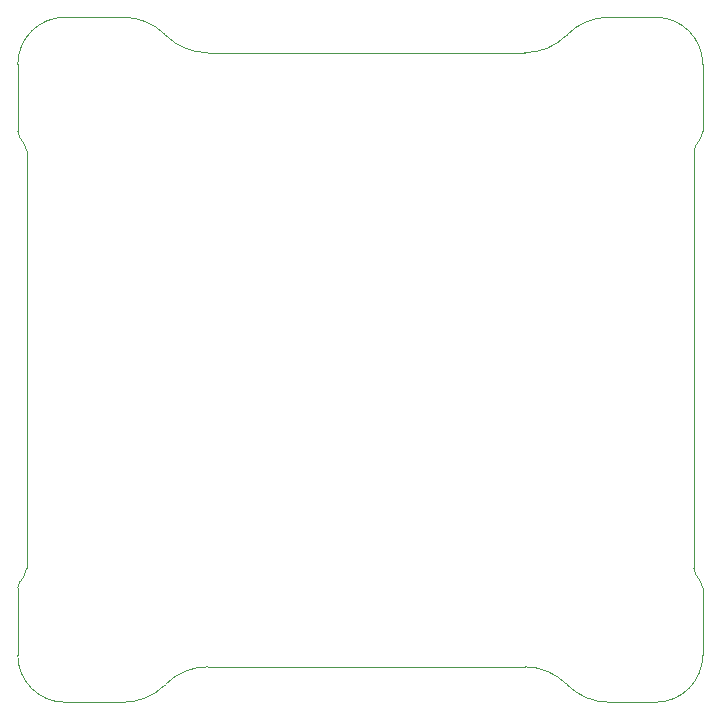
<source format=gbr>
%TF.GenerationSoftware,KiCad,Pcbnew,8.0.0*%
%TF.CreationDate,2024-04-17T18:01:46+02:00*%
%TF.ProjectId,TSAL,5453414c-2e6b-4696-9361-645f70636258,V2.0*%
%TF.SameCoordinates,Original*%
%TF.FileFunction,Profile,NP*%
%FSLAX46Y46*%
G04 Gerber Fmt 4.6, Leading zero omitted, Abs format (unit mm)*
G04 Created by KiCad (PCBNEW 8.0.0) date 2024-04-17 18:01:46*
%MOMM*%
%LPD*%
G01*
G04 APERTURE LIST*
%TA.AperFunction,Profile*%
%ADD10C,0.100000*%
%TD*%
G04 APERTURE END LIST*
D10*
X98750000Y-74583333D02*
G75*
G02*
X98949984Y-73983321I1000000J33D01*
G01*
X107678932Y-26250000D02*
G75*
G02*
X111214491Y-27714441I-32J-5000200D01*
G01*
X145214466Y-27785534D02*
X145285534Y-27714466D01*
X148821068Y-84250000D02*
G75*
G02*
X145285550Y-82785518I32J5000000D01*
G01*
X156550000Y-36516667D02*
X156200000Y-36983333D01*
X114821068Y-29250000D02*
G75*
G02*
X111285509Y-27785559I32J5000200D01*
G01*
X99300000Y-36983333D02*
X98950000Y-36516667D01*
X98750000Y-80250000D02*
X98750000Y-74583333D01*
X156200000Y-73516667D02*
X156550000Y-73983333D01*
X107678932Y-84250000D02*
X102750000Y-84250000D01*
X102750000Y-84250000D02*
G75*
G02*
X98750000Y-80250000I0J4000000D01*
G01*
X98950000Y-73983333D02*
X99300000Y-73516667D01*
X111214466Y-27714466D02*
X111285534Y-27785534D01*
X156000000Y-37583333D02*
G75*
G02*
X156200016Y-36983345I999800J33D01*
G01*
X102750000Y-26250000D02*
X107678932Y-26250000D01*
X156750000Y-80250000D02*
G75*
G02*
X152750000Y-84250000I-4000000J0D01*
G01*
X145285534Y-82785534D02*
X145214466Y-82714466D01*
X114821068Y-29250000D02*
X141678932Y-29250000D01*
X156200000Y-73516667D02*
G75*
G02*
X156000000Y-72916667I800200J600067D01*
G01*
X156000000Y-37583333D02*
X156000000Y-72916667D01*
X99500000Y-72916667D02*
X99500000Y-37583333D01*
X111285534Y-82714466D02*
X111214466Y-82785534D01*
X156750000Y-35916667D02*
G75*
G02*
X156550016Y-36516679I-1000000J-33D01*
G01*
X98750000Y-35916667D02*
X98750000Y-30250000D01*
X156750000Y-74583333D02*
X156750000Y-80250000D01*
X148821068Y-26250000D02*
X152750000Y-26250000D01*
X98950000Y-36516667D02*
G75*
G02*
X98750020Y-35916667I800000J599967D01*
G01*
X156750000Y-30250000D02*
X156750000Y-35916667D01*
X152750000Y-84250000D02*
X148821068Y-84250000D01*
X111214466Y-82785534D02*
G75*
G02*
X107678932Y-84249981I-3535466J3535434D01*
G01*
X145214466Y-27785534D02*
G75*
G02*
X141678932Y-29249981I-3535466J3535434D01*
G01*
X156550000Y-73983333D02*
G75*
G02*
X156749980Y-74583333I-800000J-599967D01*
G01*
X141678932Y-81250000D02*
G75*
G02*
X145214491Y-82714441I-32J-5000200D01*
G01*
X111285534Y-82714466D02*
G75*
G02*
X114821068Y-81250019I3535466J-3535434D01*
G01*
X141678932Y-81250000D02*
X114821068Y-81250000D01*
X152750000Y-26250000D02*
G75*
G02*
X156750000Y-30250000I0J-4000000D01*
G01*
X99500000Y-72916667D02*
G75*
G02*
X99300016Y-73516679I-1000000J-33D01*
G01*
X145285534Y-27714466D02*
G75*
G02*
X148821068Y-26250019I3535466J-3535434D01*
G01*
X99300000Y-36983333D02*
G75*
G02*
X99499980Y-37583333I-800000J-599967D01*
G01*
X98750000Y-30250000D02*
G75*
G02*
X102750000Y-26250000I4000000J0D01*
G01*
M02*

</source>
